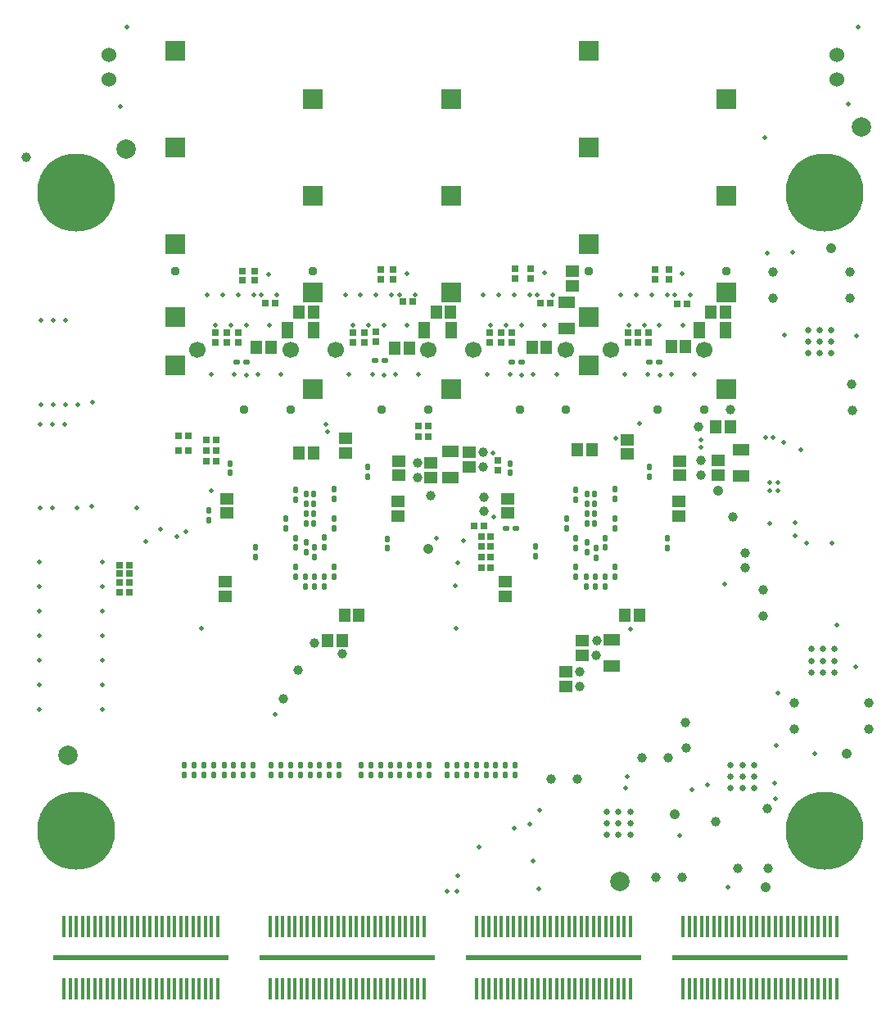
<source format=gbs>
%FSLAX44Y44*%
%MOMM*%
G71*
G01*
G75*
G04 Layer_Color=16711935*
%ADD10C,0.2032*%
G04:AMPARAMS|DCode=11|XSize=0.5mm|YSize=0.6mm|CornerRadius=0.125mm|HoleSize=0mm|Usage=FLASHONLY|Rotation=0.000|XOffset=0mm|YOffset=0mm|HoleType=Round|Shape=RoundedRectangle|*
%AMROUNDEDRECTD11*
21,1,0.5000,0.3500,0,0,0.0*
21,1,0.2500,0.6000,0,0,0.0*
1,1,0.2500,0.1250,-0.1750*
1,1,0.2500,-0.1250,-0.1750*
1,1,0.2500,-0.1250,0.1750*
1,1,0.2500,0.1250,0.1750*
%
%ADD11ROUNDEDRECTD11*%
%ADD12R,2.6000X1.1000*%
%ADD13R,0.6000X0.6000*%
G04:AMPARAMS|DCode=14|XSize=0.5mm|YSize=0.6mm|CornerRadius=0.125mm|HoleSize=0mm|Usage=FLASHONLY|Rotation=270.000|XOffset=0mm|YOffset=0mm|HoleType=Round|Shape=RoundedRectangle|*
%AMROUNDEDRECTD14*
21,1,0.5000,0.3500,0,0,270.0*
21,1,0.2500,0.6000,0,0,270.0*
1,1,0.2500,-0.1750,-0.1250*
1,1,0.2500,-0.1750,0.1250*
1,1,0.2500,0.1750,0.1250*
1,1,0.2500,0.1750,-0.1250*
%
%ADD14ROUNDEDRECTD14*%
%ADD15R,1.1000X1.3500*%
%ADD16R,0.6000X0.6000*%
%ADD17R,1.0000X1.4000*%
%ADD18R,1.4000X1.0000*%
%ADD19R,1.4000X1.1000*%
%ADD20R,1.1500X1.8000*%
%ADD21R,0.9500X0.3500*%
%ADD22R,0.3500X0.9500*%
%ADD23R,3.3000X3.3000*%
%ADD24R,0.6000X1.8000*%
%ADD25R,0.5000X2.0000*%
%ADD26R,1.6000X1.6000*%
%ADD27R,0.2800X0.8000*%
%ADD28R,0.8000X0.2800*%
%ADD29R,1.1000X1.4000*%
%ADD30R,1.1500X1.7000*%
%ADD31R,3.3000X3.3000*%
%ADD32R,1.1000X2.6000*%
%ADD33R,1.7000X1.1500*%
%ADD34C,0.4500*%
%ADD35C,1.0000*%
%ADD36R,12.0500X2.0000*%
%ADD37R,1.8000X1.8000*%
%ADD38R,3.6800X1.2700*%
%ADD39C,0.1270*%
%ADD40C,0.2540*%
%ADD41C,0.5080*%
%ADD42C,0.1524*%
%ADD43C,0.3048*%
%ADD44C,0.5000*%
%ADD45C,0.3810*%
%ADD46C,1.6500*%
%ADD47C,1.4732*%
%ADD48C,0.9500*%
%ADD49R,2.0000X2.0000*%
%ADD50C,8.0000*%
%ADD51C,0.4928*%
%ADD52C,0.6600*%
%ADD53C,0.5080*%
%ADD54C,1.0160*%
%ADD55C,1.0080*%
%ADD56C,2.0580*%
%ADD57C,2.0320*%
%ADD58C,1.4580*%
%ADD59C,1.5580*%
%ADD60C,1.6764*%
%ADD61C,4.3180*%
%ADD62C,0.7620*%
%ADD63C,0.1000*%
%ADD64C,0.1016*%
%ADD65C,0.8380*%
%ADD66C,1.2700*%
%ADD67R,0.4064X2.1590*%
%ADD68R,18.0340X0.5080*%
%ADD69C,0.2500*%
%ADD70C,0.6000*%
%ADD71C,0.2000*%
%ADD72R,2.3100X2.3100*%
%ADD73R,1.1200X1.1200*%
%ADD74R,2.3100X2.3100*%
G04:AMPARAMS|DCode=75|XSize=0.5508mm|YSize=0.6508mm|CornerRadius=0.1504mm|HoleSize=0mm|Usage=FLASHONLY|Rotation=0.000|XOffset=0mm|YOffset=0mm|HoleType=Round|Shape=RoundedRectangle|*
%AMROUNDEDRECTD75*
21,1,0.5508,0.3500,0,0,0.0*
21,1,0.2500,0.6508,0,0,0.0*
1,1,0.3008,0.1250,-0.1750*
1,1,0.3008,-0.1250,-0.1750*
1,1,0.3008,-0.1250,0.1750*
1,1,0.3008,0.1250,0.1750*
%
%ADD75ROUNDEDRECTD75*%
%ADD76R,2.6508X1.1508*%
%ADD77R,0.6508X0.6508*%
G04:AMPARAMS|DCode=78|XSize=0.5508mm|YSize=0.6508mm|CornerRadius=0.1504mm|HoleSize=0mm|Usage=FLASHONLY|Rotation=270.000|XOffset=0mm|YOffset=0mm|HoleType=Round|Shape=RoundedRectangle|*
%AMROUNDEDRECTD78*
21,1,0.5508,0.3500,0,0,270.0*
21,1,0.2500,0.6508,0,0,270.0*
1,1,0.3008,-0.1750,-0.1250*
1,1,0.3008,-0.1750,0.1250*
1,1,0.3008,0.1750,0.1250*
1,1,0.3008,0.1750,-0.1250*
%
%ADD78ROUNDEDRECTD78*%
%ADD79R,1.1508X1.4008*%
%ADD80R,0.6508X0.6508*%
%ADD81R,1.0508X1.4508*%
%ADD82R,1.4508X1.0508*%
%ADD83R,1.4508X1.1508*%
%ADD84R,1.2008X1.8508*%
%ADD85R,1.0008X0.4008*%
%ADD86R,0.4008X1.0008*%
%ADD87R,3.3508X3.3508*%
%ADD88R,0.6508X1.8508*%
%ADD89R,0.5508X2.0508*%
%ADD90R,1.6508X1.6508*%
%ADD91R,0.3308X0.8508*%
%ADD92R,0.8508X0.3308*%
%ADD93R,1.1508X1.4508*%
%ADD94R,1.2008X1.7508*%
%ADD95R,3.3508X3.3508*%
%ADD96R,1.1508X2.6508*%
%ADD97R,1.7508X1.2008*%
%ADD98C,0.5008*%
%ADD99C,2.0000*%
%ADD100R,11.9992X1.9492*%
%ADD101R,1.8508X1.8508*%
%ADD102R,3.7308X1.3208*%
%ADD103C,1.0508*%
%ADD104C,1.7008*%
%ADD105C,1.5240*%
%ADD106C,0.0508*%
%ADD107C,8.0508*%
%ADD108R,0.4572X2.2098*%
%ADD109R,18.0848X0.5588*%
D35*
X865162Y684060D02*
D03*
X783628Y799630D02*
D03*
Y772630D02*
D03*
X863482Y772550D02*
D03*
X863388Y799550D02*
D03*
X865416Y657060D02*
D03*
X11478Y918000D02*
D03*
X754770Y494150D02*
D03*
Y509150D02*
D03*
X742050Y546608D02*
D03*
X739782Y657306D02*
D03*
X706846Y639370D02*
D03*
X709104Y604896D02*
D03*
Y589896D02*
D03*
X583918Y371722D02*
D03*
Y386722D02*
D03*
X601158Y403850D02*
D03*
X601258Y418750D02*
D03*
X430022Y568514D02*
D03*
X485068Y552316D02*
D03*
Y567316D02*
D03*
X483652Y613154D02*
D03*
Y598154D02*
D03*
X416232Y587232D02*
D03*
Y602232D02*
D03*
X338498Y405270D02*
D03*
X309350Y415946D02*
D03*
X277000Y359000D02*
D03*
X293000Y388000D02*
D03*
X773500Y471500D02*
D03*
Y444500D02*
D03*
X806000Y354500D02*
D03*
X883000D02*
D03*
Y327500D02*
D03*
X806000D02*
D03*
X779000Y183000D02*
D03*
X747000D02*
D03*
X724000Y232000D02*
D03*
X689500Y174500D02*
D03*
X662500D02*
D03*
X693420Y334010D02*
D03*
X693614Y307788D02*
D03*
X675500Y298106D02*
D03*
X648500D02*
D03*
X581000Y276000D02*
D03*
X554500Y275500D02*
D03*
X778000Y245000D02*
D03*
D48*
X664369Y657400D02*
D03*
X712369D02*
D03*
X569869D02*
D03*
X521869D02*
D03*
X427369D02*
D03*
X379369D02*
D03*
X236869D02*
D03*
X284869D02*
D03*
X165669Y800400D02*
D03*
X308169D02*
D03*
X593169D02*
D03*
X735669Y800400D02*
D03*
D49*
X165669Y1028400D02*
D03*
Y928400D02*
D03*
X165669Y828400D02*
D03*
Y753400D02*
D03*
X165669Y703400D02*
D03*
X593169Y1028400D02*
D03*
Y928400D02*
D03*
X593169Y828400D02*
D03*
Y753400D02*
D03*
X593169Y703400D02*
D03*
X308169Y978400D02*
D03*
X735669Y678400D02*
D03*
X735669Y778400D02*
D03*
X735669Y878400D02*
D03*
Y978400D02*
D03*
X450669Y678400D02*
D03*
Y778400D02*
D03*
Y878400D02*
D03*
Y978400D02*
D03*
X308169Y878400D02*
D03*
X308169Y778400D02*
D03*
X308169Y678400D02*
D03*
D51*
X733806Y477012D02*
D03*
X636016Y431038D02*
D03*
X268979Y342646D02*
D03*
X541782Y162052D02*
D03*
X708914Y618236D02*
D03*
Y626212D02*
D03*
X646000Y643000D02*
D03*
X620776Y627634D02*
D03*
X457962Y498856D02*
D03*
X455422Y475742D02*
D03*
X135128Y520954D02*
D03*
X126238Y555752D02*
D03*
X806186Y527040D02*
D03*
X818388Y519938D02*
D03*
X844477D02*
D03*
X812710Y616294D02*
D03*
X806422Y540540D02*
D03*
X780170Y540140D02*
D03*
X794274Y623554D02*
D03*
X795274Y734314D02*
D03*
X804420Y819914D02*
D03*
X869696Y734060D02*
D03*
X321000Y642000D02*
D03*
X494000Y613000D02*
D03*
X177000Y531000D02*
D03*
X203000Y574000D02*
D03*
X115400Y1053000D02*
D03*
X150000Y534000D02*
D03*
X167000Y526000D02*
D03*
X464000Y522000D02*
D03*
X109000Y971000D02*
D03*
X495000Y547000D02*
D03*
X862000Y973000D02*
D03*
X872000Y1053000D02*
D03*
X642369Y776150D02*
D03*
X775500Y939000D02*
D03*
X246869Y776150D02*
D03*
X238869Y744650D02*
D03*
X230869Y776150D02*
D03*
X674369D02*
D03*
X666369Y744650D02*
D03*
X658369Y776150D02*
D03*
X531869D02*
D03*
X523869Y744650D02*
D03*
X515869Y776150D02*
D03*
X389369D02*
D03*
X381369Y744650D02*
D03*
X373369Y776150D02*
D03*
X778000Y819162D02*
D03*
X222869Y744650D02*
D03*
X214869Y776150D02*
D03*
X206869Y744650D02*
D03*
X198869Y776150D02*
D03*
X254869D02*
D03*
X262869Y744650D02*
D03*
X270869Y776150D02*
D03*
X630369Y694150D02*
D03*
X654369D02*
D03*
X678369D02*
D03*
X702369D02*
D03*
X202869D02*
D03*
X226869D02*
D03*
X250869D02*
D03*
X274869D02*
D03*
X698369Y776150D02*
D03*
X690369Y744650D02*
D03*
X682369Y776150D02*
D03*
X626369D02*
D03*
X634369Y744650D02*
D03*
X650369D02*
D03*
X413369Y776150D02*
D03*
X405369Y744650D02*
D03*
X397369Y776150D02*
D03*
X341369D02*
D03*
X349369Y744650D02*
D03*
X357369Y776150D02*
D03*
X365369Y744650D02*
D03*
X507869D02*
D03*
X499869Y776150D02*
D03*
X491869Y744650D02*
D03*
X483869Y776150D02*
D03*
X539869D02*
D03*
X547869Y744650D02*
D03*
X555869Y776150D02*
D03*
X559869Y694150D02*
D03*
X535869D02*
D03*
X511869D02*
D03*
X487869D02*
D03*
X417369D02*
D03*
X393369D02*
D03*
X369369D02*
D03*
X345369D02*
D03*
X457724Y175504D02*
D03*
X516000Y225322D02*
D03*
X479724Y205584D02*
D03*
X535790Y191000D02*
D03*
X457000Y159750D02*
D03*
X447000D02*
D03*
X700000Y265000D02*
D03*
X79254Y558034D02*
D03*
X80264Y664972D02*
D03*
X26950Y662550D02*
D03*
X39650D02*
D03*
X52350D02*
D03*
X65050D02*
D03*
X26950Y749450D02*
D03*
X39650D02*
D03*
X52350D02*
D03*
X51350Y642450D02*
D03*
X38650D02*
D03*
X25950D02*
D03*
X64050Y555550D02*
D03*
X38650D02*
D03*
X25950D02*
D03*
X90000Y500300D02*
D03*
Y474900D02*
D03*
Y449500D02*
D03*
Y424100D02*
D03*
Y398700D02*
D03*
Y373300D02*
D03*
Y347900D02*
D03*
X25000D02*
D03*
Y373300D02*
D03*
Y398700D02*
D03*
Y424100D02*
D03*
Y449500D02*
D03*
Y474900D02*
D03*
Y500300D02*
D03*
X827250Y302000D02*
D03*
X737362Y163830D02*
D03*
X788952Y364860D02*
D03*
X869122Y391526D02*
D03*
X850000Y435000D02*
D03*
X785622Y271526D02*
D03*
X785876Y255524D02*
D03*
X787146Y310388D02*
D03*
X633000Y278000D02*
D03*
X631000Y266000D02*
D03*
X687000Y217000D02*
D03*
X715678Y269524D02*
D03*
X192532Y431292D02*
D03*
X455930Y431546D02*
D03*
X531876Y228854D02*
D03*
X542798Y243586D02*
D03*
X239014Y693420D02*
D03*
X381514D02*
D03*
X524014D02*
D03*
X666514D02*
D03*
X547223Y798977D02*
D03*
X405223Y797977D02*
D03*
X262223Y796977D02*
D03*
X689609Y797977D02*
D03*
X323000Y635000D02*
D03*
X775665Y628650D02*
D03*
X783641D02*
D03*
X436118Y524764D02*
D03*
D52*
X740000Y290000D02*
D03*
X752000D02*
D03*
X764000D02*
D03*
X740000Y278000D02*
D03*
X752000D02*
D03*
X764000D02*
D03*
X740000Y266000D02*
D03*
X752000D02*
D03*
X764000D02*
D03*
X612000Y218000D02*
D03*
Y230000D02*
D03*
Y242000D02*
D03*
X624000Y218000D02*
D03*
Y230000D02*
D03*
Y242000D02*
D03*
X636000Y218000D02*
D03*
Y230000D02*
D03*
Y242000D02*
D03*
X847500Y386000D02*
D03*
X835500D02*
D03*
X823500D02*
D03*
X847500Y398000D02*
D03*
X835500D02*
D03*
X823500D02*
D03*
X847500Y410000D02*
D03*
X835500D02*
D03*
X823500D02*
D03*
X819930Y739710D02*
D03*
X831930D02*
D03*
X843930D02*
D03*
X819930Y727710D02*
D03*
X831930D02*
D03*
X843930D02*
D03*
X819930Y715710D02*
D03*
X831930D02*
D03*
X843930D02*
D03*
D53*
X780670Y582040D02*
D03*
X788670Y574040D02*
D03*
X780670D02*
D03*
X788670Y582040D02*
D03*
D75*
X591244Y539830D02*
D03*
Y549830D02*
D03*
X619946Y484966D02*
D03*
Y494966D02*
D03*
X418000Y280000D02*
D03*
Y290000D02*
D03*
X408000Y280000D02*
D03*
Y290000D02*
D03*
X236000Y280000D02*
D03*
Y290000D02*
D03*
X398000Y280000D02*
D03*
Y290000D02*
D03*
X279908Y535004D02*
D03*
Y545004D02*
D03*
X185000Y280000D02*
D03*
Y290000D02*
D03*
X447000Y280000D02*
D03*
Y290000D02*
D03*
X579882Y484966D02*
D03*
Y494966D02*
D03*
X384770Y524176D02*
D03*
Y514176D02*
D03*
X598864Y539830D02*
D03*
Y549830D02*
D03*
X315000Y280000D02*
D03*
Y290000D02*
D03*
X487000Y280000D02*
D03*
Y290000D02*
D03*
X512000Y602000D02*
D03*
Y592000D02*
D03*
X289814Y514938D02*
D03*
Y524938D02*
D03*
X590482Y474806D02*
D03*
Y484806D02*
D03*
X467000Y280000D02*
D03*
Y290000D02*
D03*
X320061Y475060D02*
D03*
Y485060D02*
D03*
X329946Y484966D02*
D03*
Y494966D02*
D03*
X265000Y280000D02*
D03*
Y290000D02*
D03*
X579814Y574722D02*
D03*
Y564722D02*
D03*
X329946Y535004D02*
D03*
Y545004D02*
D03*
X378000Y280000D02*
D03*
Y290000D02*
D03*
X289966Y484966D02*
D03*
Y494966D02*
D03*
X305000Y280000D02*
D03*
Y290000D02*
D03*
X308864Y539830D02*
D03*
Y549830D02*
D03*
X517000Y290000D02*
D03*
Y280000D02*
D03*
X506984Y290322D02*
D03*
Y280322D02*
D03*
X308864Y570150D02*
D03*
Y560150D02*
D03*
X538000Y506000D02*
D03*
Y516000D02*
D03*
X591498Y570150D02*
D03*
Y560150D02*
D03*
X226000Y280000D02*
D03*
Y290000D02*
D03*
X221960Y602000D02*
D03*
Y592000D02*
D03*
X289814Y574722D02*
D03*
Y564722D02*
D03*
X301244Y570150D02*
D03*
Y560150D02*
D03*
X325000Y280000D02*
D03*
Y290000D02*
D03*
X388000Y280000D02*
D03*
Y290000D02*
D03*
X368000Y280000D02*
D03*
Y290000D02*
D03*
X335000Y280000D02*
D03*
Y290000D02*
D03*
X609939Y514938D02*
D03*
Y524938D02*
D03*
X320120Y515120D02*
D03*
Y525120D02*
D03*
X275000Y280000D02*
D03*
Y290000D02*
D03*
X610040Y475060D02*
D03*
Y485060D02*
D03*
X246000Y280000D02*
D03*
Y290000D02*
D03*
X358000Y280000D02*
D03*
Y290000D02*
D03*
X497000Y280000D02*
D03*
Y290000D02*
D03*
X216000Y280000D02*
D03*
Y290000D02*
D03*
X569908Y535004D02*
D03*
Y545004D02*
D03*
X619946Y575230D02*
D03*
Y565230D02*
D03*
X309880Y474806D02*
D03*
Y484806D02*
D03*
X579882Y514764D02*
D03*
Y524764D02*
D03*
X619946Y535004D02*
D03*
Y545004D02*
D03*
X300482Y474806D02*
D03*
Y484806D02*
D03*
X285000Y280000D02*
D03*
Y290000D02*
D03*
X300736Y539830D02*
D03*
Y549830D02*
D03*
X674116Y524350D02*
D03*
Y514350D02*
D03*
X600541Y514176D02*
D03*
Y504176D02*
D03*
X195000Y280000D02*
D03*
Y290000D02*
D03*
X457000Y280000D02*
D03*
Y290000D02*
D03*
X599118Y570150D02*
D03*
Y560150D02*
D03*
X309880Y515120D02*
D03*
Y505120D02*
D03*
X329946Y575230D02*
D03*
Y565230D02*
D03*
X591244Y510112D02*
D03*
Y520112D02*
D03*
X205000Y280000D02*
D03*
Y290000D02*
D03*
X300990Y510112D02*
D03*
Y520112D02*
D03*
X428000Y280000D02*
D03*
Y290000D02*
D03*
X477000Y280000D02*
D03*
Y290000D02*
D03*
X295000Y280000D02*
D03*
Y290000D02*
D03*
X599880Y474806D02*
D03*
Y484806D02*
D03*
X175000Y280000D02*
D03*
Y290000D02*
D03*
X656000Y598000D02*
D03*
Y588000D02*
D03*
X200756Y553500D02*
D03*
Y543500D02*
D03*
X248226Y505542D02*
D03*
Y515542D02*
D03*
X365000Y598000D02*
D03*
Y588000D02*
D03*
D77*
X118000Y497000D02*
D03*
X108000D02*
D03*
X482000Y505000D02*
D03*
X492000D02*
D03*
X482000Y526000D02*
D03*
X492000D02*
D03*
Y516000D02*
D03*
X482000D02*
D03*
X118000Y469000D02*
D03*
X108000D02*
D03*
X198000Y615000D02*
D03*
X208000D02*
D03*
X198000Y626000D02*
D03*
X208000D02*
D03*
X426826Y640588D02*
D03*
X416826D02*
D03*
X426826Y629588D02*
D03*
X416826D02*
D03*
X553000Y768000D02*
D03*
X543000D02*
D03*
X475000Y537000D02*
D03*
X485000D02*
D03*
X169000Y630696D02*
D03*
X179000D02*
D03*
X411000Y769000D02*
D03*
X401000D02*
D03*
X208000Y604000D02*
D03*
X198000D02*
D03*
X108000Y488000D02*
D03*
X118000D02*
D03*
Y479000D02*
D03*
X108000D02*
D03*
X685000Y767000D02*
D03*
X695000D02*
D03*
X169000Y615570D02*
D03*
X179000D02*
D03*
X482000Y494000D02*
D03*
X492000D02*
D03*
X259000Y768000D02*
D03*
X269000D02*
D03*
D78*
X382000Y708000D02*
D03*
X372000D02*
D03*
X666000Y707000D02*
D03*
X656000D02*
D03*
X508000Y535000D02*
D03*
X518000D02*
D03*
X239000Y707000D02*
D03*
X229000D02*
D03*
X524000D02*
D03*
X514000D02*
D03*
D80*
X499000Y605000D02*
D03*
Y595000D02*
D03*
X207000Y737000D02*
D03*
Y727000D02*
D03*
X361000D02*
D03*
Y737000D02*
D03*
X644000Y727000D02*
D03*
Y737000D02*
D03*
X503000Y727000D02*
D03*
Y737000D02*
D03*
X655000Y727000D02*
D03*
Y737000D02*
D03*
X676000Y792000D02*
D03*
Y802000D02*
D03*
X491000Y737000D02*
D03*
Y727000D02*
D03*
X662000Y802000D02*
D03*
Y792000D02*
D03*
X349000Y737000D02*
D03*
Y727000D02*
D03*
X373000Y738000D02*
D03*
Y728000D02*
D03*
X514000Y737000D02*
D03*
Y727000D02*
D03*
X634000Y737000D02*
D03*
Y727000D02*
D03*
X391000Y792000D02*
D03*
Y802000D02*
D03*
X378000D02*
D03*
Y792000D02*
D03*
X533000Y793000D02*
D03*
Y803000D02*
D03*
X235000Y801000D02*
D03*
Y791000D02*
D03*
X219000Y727000D02*
D03*
Y737000D02*
D03*
X248000Y791000D02*
D03*
Y801000D02*
D03*
X231000Y727000D02*
D03*
Y737000D02*
D03*
X517000Y803000D02*
D03*
Y793000D02*
D03*
D83*
X469754Y613154D02*
D03*
Y598154D02*
D03*
X569214Y386722D02*
D03*
Y371722D02*
D03*
X507000Y464500D02*
D03*
Y479500D02*
D03*
X219000Y550500D02*
D03*
Y565500D02*
D03*
X576000Y785500D02*
D03*
Y800500D02*
D03*
X217000Y464500D02*
D03*
Y479500D02*
D03*
X342000Y627500D02*
D03*
Y612500D02*
D03*
X396000Y547500D02*
D03*
Y562500D02*
D03*
X397000Y604500D02*
D03*
Y589500D02*
D03*
X727040Y589896D02*
D03*
Y604896D02*
D03*
X686000Y547500D02*
D03*
Y562500D02*
D03*
X509000Y550500D02*
D03*
Y565500D02*
D03*
X633000Y626500D02*
D03*
Y611500D02*
D03*
X586454Y418850D02*
D03*
Y403850D02*
D03*
X430130Y587232D02*
D03*
Y602232D02*
D03*
X687000Y604500D02*
D03*
Y589500D02*
D03*
D93*
X596500Y616000D02*
D03*
X581500D02*
D03*
X293500Y613000D02*
D03*
X308500D02*
D03*
X407500Y721000D02*
D03*
X392500D02*
D03*
X323520Y419100D02*
D03*
X338520D02*
D03*
X264500Y722000D02*
D03*
X249500D02*
D03*
X355500Y445000D02*
D03*
X340500D02*
D03*
X549500Y722000D02*
D03*
X534500D02*
D03*
X308500Y758000D02*
D03*
X293500D02*
D03*
X693500Y723000D02*
D03*
X678500D02*
D03*
X450500Y758000D02*
D03*
X435500D02*
D03*
X734500D02*
D03*
X719500D02*
D03*
X739782Y639370D02*
D03*
X724782D02*
D03*
X645500Y445000D02*
D03*
X630500D02*
D03*
D94*
X707250Y740000D02*
D03*
X734750D02*
D03*
X281250D02*
D03*
X308750D02*
D03*
X423250D02*
D03*
X450750D02*
D03*
D97*
X449933Y587147D02*
D03*
Y614647D02*
D03*
X750916Y588980D02*
D03*
Y616480D02*
D03*
X617188Y419766D02*
D03*
Y392266D02*
D03*
X570000Y741250D02*
D03*
Y768750D02*
D03*
D99*
X875000Y950000D02*
D03*
X625000Y170000D02*
D03*
X55000Y300000D02*
D03*
X115000Y927000D02*
D03*
D103*
X427482Y513334D02*
D03*
X860298Y302006D02*
D03*
X682000Y239000D02*
D03*
X726948Y573786D02*
D03*
X775716Y163830D02*
D03*
X843534Y824230D02*
D03*
D104*
X473869Y719400D02*
D03*
X569869D02*
D03*
X616369D02*
D03*
X712369D02*
D03*
X188869D02*
D03*
X284869D02*
D03*
X331369D02*
D03*
X427369D02*
D03*
D105*
X850000Y1023800D02*
D03*
Y998400D02*
D03*
X97000Y1023800D02*
D03*
Y998400D02*
D03*
D106*
X872744Y70866D02*
D03*
X26924D02*
D03*
D107*
X63065Y881761D02*
D03*
X836965D02*
D03*
X63065Y222123D02*
D03*
X836965D02*
D03*
D108*
X56969Y58801D02*
D03*
X63319D02*
D03*
X76019D02*
D03*
X82369D02*
D03*
X95069D02*
D03*
X101419D02*
D03*
X114119D02*
D03*
X120469D02*
D03*
X139519D02*
D03*
X145869D02*
D03*
X158569D02*
D03*
X164919D02*
D03*
X177619D02*
D03*
X183969D02*
D03*
X196669D02*
D03*
X203019D02*
D03*
X56969Y123571D02*
D03*
X63319D02*
D03*
X76019D02*
D03*
X82369D02*
D03*
X95069D02*
D03*
X101419D02*
D03*
X114119D02*
D03*
X120469D02*
D03*
X139519D02*
D03*
X145869D02*
D03*
X158569D02*
D03*
X164919D02*
D03*
X177619D02*
D03*
X183969D02*
D03*
X196669D02*
D03*
X203019D02*
D03*
X270329Y58801D02*
D03*
X276679D02*
D03*
X289379D02*
D03*
X295729D02*
D03*
X308429D02*
D03*
X314779D02*
D03*
X327479D02*
D03*
X333829D02*
D03*
X352879D02*
D03*
X359229D02*
D03*
X371929D02*
D03*
X378279D02*
D03*
X390979D02*
D03*
X397329D02*
D03*
X410029D02*
D03*
X416379D02*
D03*
X270329Y123571D02*
D03*
X276679D02*
D03*
X289379D02*
D03*
X295729D02*
D03*
X308429D02*
D03*
X314779D02*
D03*
X327479D02*
D03*
X333829D02*
D03*
X352879D02*
D03*
X359229D02*
D03*
X371929D02*
D03*
X378279D02*
D03*
X390979D02*
D03*
X397329D02*
D03*
X410029D02*
D03*
X416379D02*
D03*
X483689Y58801D02*
D03*
X490039D02*
D03*
X502739D02*
D03*
X509089D02*
D03*
X521789D02*
D03*
X528139D02*
D03*
X540839D02*
D03*
X547189D02*
D03*
X566239D02*
D03*
X572589D02*
D03*
X585289D02*
D03*
X591639D02*
D03*
X604339D02*
D03*
X623389D02*
D03*
X629739D02*
D03*
X483689Y123571D02*
D03*
X490039D02*
D03*
X502739D02*
D03*
X521789D02*
D03*
X540839D02*
D03*
X547189D02*
D03*
X566239D02*
D03*
X572589D02*
D03*
X585289D02*
D03*
X591639D02*
D03*
X604339D02*
D03*
X610689D02*
D03*
X623389D02*
D03*
X629739D02*
D03*
X697049Y58801D02*
D03*
X703399D02*
D03*
X716099D02*
D03*
X722449D02*
D03*
X735149D02*
D03*
X741499D02*
D03*
X754199D02*
D03*
X760549D02*
D03*
X779599D02*
D03*
X785949D02*
D03*
X798649D02*
D03*
X804999D02*
D03*
X817699D02*
D03*
X824049D02*
D03*
X836749D02*
D03*
X843099D02*
D03*
X697049Y123571D02*
D03*
X703399D02*
D03*
X716099D02*
D03*
X722449D02*
D03*
X735149D02*
D03*
X741499D02*
D03*
X754199D02*
D03*
X760549D02*
D03*
X779599D02*
D03*
X785949D02*
D03*
X798649D02*
D03*
X804999D02*
D03*
X817699D02*
D03*
X824049D02*
D03*
X836749D02*
D03*
X843099D02*
D03*
X209369D02*
D03*
X190319D02*
D03*
X171269D02*
D03*
X152219D02*
D03*
X133169D02*
D03*
X126819D02*
D03*
X107769D02*
D03*
X88719D02*
D03*
X69669D02*
D03*
X50619D02*
D03*
X263979D02*
D03*
X283029D02*
D03*
X302079D02*
D03*
X321129D02*
D03*
X340179D02*
D03*
X346529D02*
D03*
X365579D02*
D03*
X384629D02*
D03*
X403679D02*
D03*
X422729D02*
D03*
Y58801D02*
D03*
X403679D02*
D03*
X384629D02*
D03*
X365579D02*
D03*
X346529D02*
D03*
X340179D02*
D03*
X321129D02*
D03*
X302079D02*
D03*
X283029D02*
D03*
X263979D02*
D03*
X50619D02*
D03*
X69669D02*
D03*
X88719D02*
D03*
X107769D02*
D03*
X126819D02*
D03*
X133169D02*
D03*
X152219D02*
D03*
X171269D02*
D03*
X190319D02*
D03*
X209369D02*
D03*
X477339Y123571D02*
D03*
X496389D02*
D03*
X515439D02*
D03*
X534489D02*
D03*
X553539D02*
D03*
X559889D02*
D03*
X578939D02*
D03*
X597989D02*
D03*
X617039D02*
D03*
X636089D02*
D03*
X477339Y58801D02*
D03*
X496389D02*
D03*
X515439D02*
D03*
X534489D02*
D03*
X553539D02*
D03*
X559889D02*
D03*
X578939D02*
D03*
X597989D02*
D03*
X617039D02*
D03*
X636089D02*
D03*
X849449D02*
D03*
X830399D02*
D03*
X811349D02*
D03*
X792299D02*
D03*
X773249D02*
D03*
X766899D02*
D03*
X747849D02*
D03*
X728799D02*
D03*
X709749D02*
D03*
X690699D02*
D03*
X849449Y123571D02*
D03*
X830399D02*
D03*
X811349D02*
D03*
X792299D02*
D03*
X773249D02*
D03*
X766899D02*
D03*
X747849D02*
D03*
X728799D02*
D03*
X709749D02*
D03*
X690699D02*
D03*
X610689Y58801D02*
D03*
X528139Y123571D02*
D03*
X509089D02*
D03*
D109*
X769874Y91186D02*
D03*
X556514D02*
D03*
X343154D02*
D03*
X129794D02*
D03*
M02*

</source>
